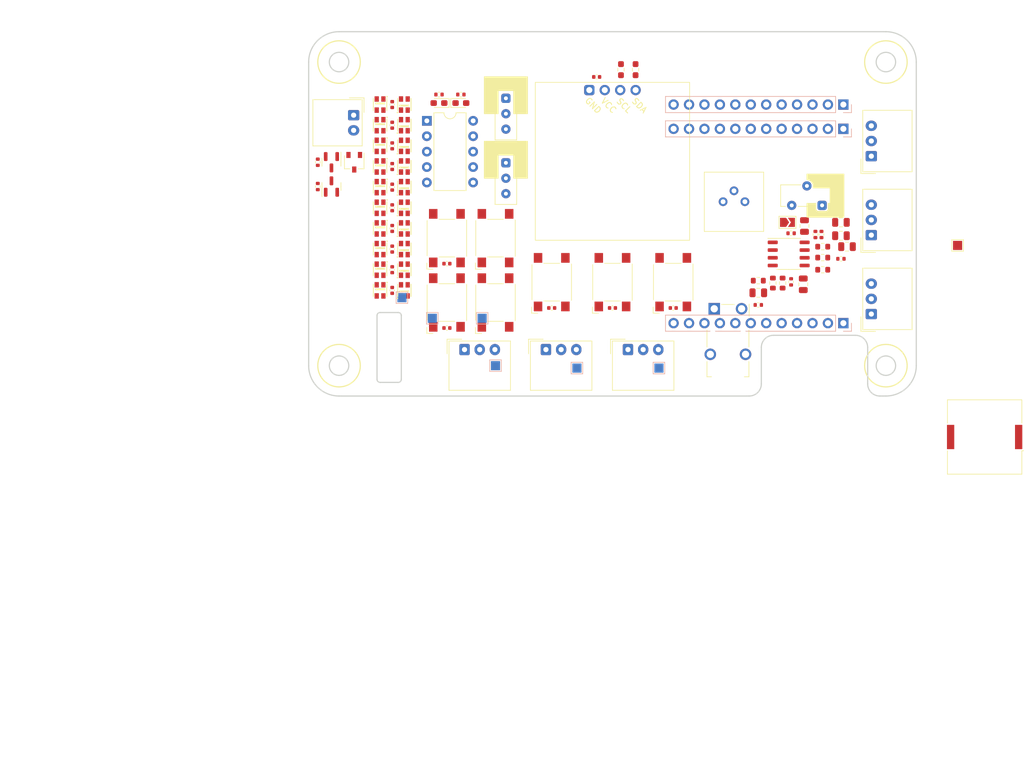
<source format=kicad_pcb>
(kicad_pcb (version 20211014) (generator pcbnew)
  (layers (0 "F.Cu" signal) (31 "B.Cu" signal) (34 "B.Paste" user) (35 "F.Paste" user) (36 "B.SilkS" user "B.Silkscreen") (37 "F.SilkS" user "F.Silkscreen") (38 "B.Mask" user) (39 "F.Mask" user) (44 "Edge.Cuts" user))
  (net 0 "")
  (net 1 "+5V")
  (net 2 "GND")
  (net 3 "+3.3V")
  (net 4 "Tact_SW0")
  (net 5 "Tact_SW1")
  (net 6 "Tact_SW2")
  (net 7 "VCC")
  (net 8 "GNDA")
  (net 9 "RST")
  (net 10 "DAC_Amp")
  (net 11 "Net-(C18-Pad2)")
  (net 12 "Net-(C19-Pad1)")
  (net 13 "Net-(C19-Pad2)")
  (net 14 "NRST")
  (net 15 "Net-(C21-Pad1)")
  (net 16 "Net-(C21-Pad2)")
  (net 17 "Net-(C22-Pad1)")
  (net 18 "Net-(C22-Pad2)")
  (net 19 "Net-(D1-Pad1)")
  (net 20 "NeoPixel_H")
  (net 21 "Net-(D2-Pad1)")
  (net 22 "Net-(D17-Pad1)")
  (net 23 "Net-(D3-Pad1)")
  (net 24 "Net-(D18-Pad1)")
  (net 25 "Net-(D4-Pad1)")
  (net 26 "Net-(D19-Pad1)")
  (net 27 "Net-(D5-Pad1)")
  (net 28 "Net-(D10-Pad3)")
  (net 29 "Net-(D11-Pad3)")
  (net 30 "Net-(D12-Pad3)")
  (net 31 "Net-(D13-Pad3)")
  (net 32 "Net-(D10-Pad1)")
  (net 33 "Net-(D11-Pad1)")
  (net 34 "Net-(D12-Pad1)")
  (net 35 "Net-(D13-Pad1)")
  (net 36 "Net-(D14-Pad1)")
  (net 37 "Net-(D15-Pad1)")
  (net 38 "Net-(D16-Pad1)")
  (net 39 "Net-(D20-Pad1)")
  (net 40 "Net-(D21-Pad2)")
  (net 41 "Net-(D22-Pad2)")
  (net 42 "BOOT0")
  (net 43 "Sensor1")
  (net 44 "Sensor2")
  (net 45 "Sensor3")
  (net 46 "Net-(J1-Pad2)")
  (net 47 "LEDTape1_H")
  (net 48 "LEDTape2_H")
  (net 49 "LEDTape3_H")
  (net 50 "DAC_Jack")
  (net 87 "Net-(Q1-Pad1)")
  (net 88 "Net-(Q2-Pad1)")
  (net 89 "I2C1_SCL")
  (net 90 "I2C1_SDA")
  (net 91 "MonitorLED0")
  (net 92 "MonitorLED1")
  (net 93 "Net-(R11-Pad1)")
  (net 94 "Net-(R11-Pad2)")
  (net 95 "Net-(R13-Pad1)")
  (net 96 "Net-(R13-Pad2)")
  (net 97 "Volume")
  (net 98 "DIP_SW0")
  (net 99 "DIP_SW1")
  (net 100 "DIP_SW2")
  (net 101 "DIP_SW3")
  (net 102 "DIP_SW4")
  (net 103 "Slide_SW1")
  (net 105 "Slide_SW2")
  (net 107 "DAC")
  (net 108 "PRG")
  (footprint "Capacitor_SMD:C_0805_2012Metric" (layer "F.Cu") (at 38.6 5.4)
    (fp_text reference "C22" hide)
    (fp_text value "22uF")
    (pad "1" smd roundrect (at -0.95 0) (size 1 1.45) (layers "F.Cu" "F.Paste" "F.Mask") (net 17 "Net-(C22-Pad1)"))
    (pad "2" smd roundrect (at 0.95 0) (size 1 1.45) (layers "F.Cu" "F.Paste" "F.Mask") (net 18 "Net-(C22-Pad2)"))
  )
  (footprint "Slide_Switch:SW_Slide_SPDT_White" (layer "F.Cu") (at 32 -3 -90)
    (fp_text reference "SW7" hide)
    (fp_text value "SW_SPDT_White")
    (pad "1" thru_hole roundrect (at 1.6 -2.5 270) (size 1.524 1.524) (drill 0.65) (layers *.Cu *.Mask) (net 50 "DAC_Jack"))
    (pad "2" thru_hole circle (at -1.6 0 270) (size 1.524 1.524) (drill 0.65) (layers *.Cu *.Mask) (net 107 "DAC"))
    (pad "3" thru_hole circle (at 1.6 2.5 270) (size 1.524 1.524) (drill 0.65) (layers *.Cu *.Mask) (net 10 "DAC_Amp"))
  )
  (footprint "Resistor_SMD:R_0603_1608Metric" (layer "F.Cu") (at 34.6 5.4)
    (fp_text reference "R16" hide)
    (fp_text value "47")
    (pad "1" smd roundrect (at -0.825 0) (size 0.8 0.95) (layers "F.Cu" "F.Paste" "F.Mask") (net 95 "Net-(R13-Pad1)"))
    (pad "2" smd roundrect (at 0.825 0) (size 0.8 0.95) (layers "F.Cu" "F.Paste" "F.Mask") (net 17 "Net-(C22-Pad1)"))
  )
  (footprint "Button_Switch_SMD:SW_SPST_Omron_B3FS-100xP" (layer "F.Cu") (at -27.25 4 90)
    (fp_text reference "SW8" hide)
    (fp_text value "SW_SPST")
    (pad "1" smd rect (at -4 -2.25 270) (size 1.6 1.4) (layers "F.Cu" "F.Paste" "F.Mask") (net 9 "RST"))
    (pad "1" smd rect (at 4 -2.25 270) (size 1.6 1.4) (layers "F.Cu" "F.Paste" "F.Mask") (net 9 "RST"))
    (pad "2" smd rect (at 4 2.25 270) (size 1.6 1.4) (layers "F.Cu" "F.Paste" "F.Mask") (net 2 "GND"))
    (pad "2" smd rect (at -4 2.25 270) (size 1.6 1.4) (layers "F.Cu" "F.Paste" "F.Mask") (net 2 "GND"))
  )
  (footprint "Capacitor_SMD:C_0402_1005Metric" (layer "F.Cu") (at -36.25 5.8 90)
    (fp_text reference "C5" hide)
    (fp_text value "0.1uF")
    (pad "1" smd roundrect (at -0.48 0 90) (size 0.56 0.62) (layers "F.Cu" "F.Paste" "F.Mask") (net 1 "+5V"))
    (pad "2" smd roundrect (at 0.48 0 90) (size 0.56 0.62) (layers "F.Cu" "F.Paste" "F.Mask") (net 2 "GND"))
  )
  (footprint "Connector_Molex:Molex_SPOX_5268-03A_1x03_P2.50mm_Horizontal" (layer "F.Cu") (at 42.6 16.5 90)
    (fp_text reference "J7" hide)
    (fp_text value "Conn_01x03_Male")
    (pad "1" thru_hole roundrect (at 0 0 90) (size 1.7 1.85) (drill 0.85) (layers *.Cu *.Mask) (roundrect_rratio 0.147059) (net 2 "GND"))
    (pad "2" thru_hole oval (at 2.5 0 90) (size 1.7 1.85) (drill 0.85) (layers *.Cu *.Mask) (net 1 "+5V"))
    (pad "3" thru_hole oval (at 5 0 90) (size 1.7 1.85) (drill 0.85) (layers *.Cu *.Mask) (net 49 "LEDTape3_H"))
  )
  (footprint "Buzzer_Beeper:Buzzer_Murata_PKLCS1212E" (layer "F.Cu") (at 61.25 36.75 180)
    (fp_text reference "LS1" hide)
    (fp_text value "Speaker")
    (pad "1" smd rect (at -5.6 0 180) (size 1.2 4) (layers "F.Cu" "F.Paste" "F.Mask") (net 16 "Net-(C21-Pad2)"))
    (pad "2" smd rect (at 5.6 0 180) (size 1.2 4) (layers "F.Cu" "F.Paste" "F.Mask") (net 8 "GNDA"))
  )
  (footprint "Display_akitsuki:128×64_OLED_White" (layer "F.Cu") (at 0 -21.655)
    (fp_text reference "U1" hide)
    (fp_text value "OLED_akitsuki")
    (fp_text user "GND" (at -3.175 3.81 315 unlocked) (layer "F.SilkS"))
    (fp_text user "VCC" (at -0.635 3.81 -45 unlocked) (layer "F.SilkS"))
    (fp_text user "SCL" (at 1.905 3.81 -45 unlocked) (layer "F.SilkS"))
    (fp_text user "SDA" (at 4.445 3.81 -45 unlocked) (layer "F.SilkS"))
    (pad "1" thru_hole roundrect (at -3.81 1.27) (size 1.7 1.7) (drill 1) (layers *.Cu *.Mask) (net 2 "GND"))
    (pad "2" thru_hole circle (at -1.27 1.27) (size 1.7 1.7) (drill 1) (layers *.Cu *.Mask) (net 3 "+3.3V"))
    (pad "3" thru_hole circle (at 1.27 1.27) (size 1.7 1.7) (drill 1) (layers *.Cu *.Mask) (net 89 "I2C1_SCL"))
    (pad "4" thru_hole circle (at 3.81 1.27) (size 1.7 1.7) (drill 1) (layers *.Cu *.Mask) (net 90 "I2C1_SDA"))
  )
  (footprint "Capacitor_SMD:C_0805_2012Metric" (layer "F.Cu") (at 37.6 1.4)
    (fp_text reference "C16" hide)
    (fp_text value "10uF")
    (pad "1" smd roundrect (at -0.95 0) (size 1 1.45) (layers "F.Cu" "F.Paste" "F.Mask") (net 8 "GNDA"))
    (pad "2" smd roundrect (at 0.95 0) (size 1 1.45) (layers "F.Cu" "F.Paste" "F.Mask") (net 2 "GND"))
  )
  (footprint "Resistor_SMD:R_0603_1608Metric" (layer "F.Cu") (at 28 11.4 -90)
    (fp_text reference "R12" hide)
    (fp_text value "10k")
    (pad "1" smd roundrect (at -0.825 0 270) (size 0.8 0.95) (layers "F.Cu" "F.Paste" "F.Mask") (net 94 "Net-(R11-Pad2)"))
    (pad "2" smd roundrect (at 0.825 0 270) (size 0.8 0.95) (layers "F.Cu" "F.Paste" "F.Mask") (net 8 "GNDA"))
  )
  (footprint "NeoPixel:WS2812C-2020-V1" (layer "F.Cu") (at -34.25 -18 90)
    (fp_text reference "D3" hide)
    (fp_text value "WS2812C-2020-V1")
    (pad "1" smd rect (at -0.915 -0.55 90) (size 0.9 0.7) (layers "F.Cu" "F.Paste" "F.Mask") (net 23 "Net-(D3-Pad1)"))
    (pad "2" smd rect (at -0.915 0.55 90) (size 0.9 0.7) (layers "F.Cu" "F.Paste" "F.Mask") (net 2 "GND"))
    (pad "3" smd rect (at 0.915 0.55 90) (size 0.9 0.7) (layers "F.Cu" "F.Paste" "F.Mask") (net 24 "Net-(D18-Pad1)"))
    (pad "4" smd rect (at 0.915 -0.55 90) (size 0.9 0.7) (layers "F.Cu" "F.Paste" "F.Mask") (net 1 "+5V"))
  )
  (footprint "Connector_Molex:Molex_SPOX_5268-03A_1x03_P2.50mm_Horizontal" (layer "F.Cu") (at 42.6 3.5 90)
    (fp_text reference "J6" hide)
    (fp_text value "Conn_01x03_Male")
    (pad "1" thru_hole roundrect (at 0 0 90) (size 1.7 1.85) (drill 0.85) (layers *.Cu *.Mask) (roundrect_rratio 0.147059) (net 2 "GND"))
    (pad "2" thru_hole oval (at 2.5 0 90) (size 1.7 1.85) (drill 0.85) (layers *.Cu *.Mask) (net 1 "+5V"))
    (pad "3" thru_hole oval (at 5 0 90) (size 1.7 1.85) (drill 0.85) (layers *.Cu *.Mask) (net 48 "LEDTape2_H"))
  )
  (footprint "Resistor_SMD:R_0402_1005Metric" (layer "F.Cu") (at 33.4 3.4 -90)
    (fp_text reference "R5" hide)
    (fp_text value "5.1k")
    (pad "1" smd roundrect (at -0.51 0 270) (size 0.54 0.64) (layers "F.Cu" "F.Paste" "F.Mask") (net 8 "GNDA"))
    (pad "2" smd roundrect (at 0.51 0 270) (size 0.54 0.64) (layers "F.Cu" "F.Paste" "F.Mask") (net 7 "VCC"))
  )
  (footprint "Capacitor_SMD:C_0402_1005Metric" (layer "F.Cu") (at -36.25 9.2 90)
    (fp_text reference "C3" hide)
    (fp_text value "0.1uF")
    (pad "1" smd roundrect (at -0.48 0 90) (size 0.56 0.62) (layers "F.Cu" "F.Paste" "F.Mask") (net 1 "+5V"))
    (pad "2" smd roundrect (at 0.48 0 90) (size 0.56 0.62) (layers "F.Cu" "F.Paste" "F.Mask") (net 2 "GND"))
  )
  (footprint "Resistor_SMD:R_0402_1005Metric" (layer "F.Cu") (at -24.95 -19.65 180)
    (fp_text reference "R4" hide)
    (fp_text value "1k")
    (pad "1" smd roundrect (at -0.51 0 180) (size 0.54 0.64) (layers "F.Cu" "F.Paste" "F.Mask") (net 41 "Net-(D22-Pad2)"))
    (pad "2" smd roundrect (at 0.51 0 180) (size 0.54 0.64) (layers "F.Cu" "F.Paste" "F.Mask") (net 92 "MonitorLED1"))
  )
  (footprint "Button_Switch_SMD:SW_SPST_Omron_B3FS-100xP" (layer "F.Cu") (at 0 11.25 90)
    (fp_text reference "SW4" hide)
    (fp_text value "SW_SPST")
    (pad "1" smd rect (at 4 -2.25 270) (size 1.6 1.4) (layers "F.Cu" "F.Paste" "F.Mask") (net 5 "Tact_SW1"))
    (pad "1" smd rect (at -4 -2.25 270) (size 1.6 1.4) (layers "F.Cu" "F.Paste" "F.Mask") (net 5 "Tact_SW1"))
    (pad "2" smd rect (at -4 2.25 270) (size 1.6 1.4) (layers "F.Cu" "F.Paste" "F.Mask") (net 3 "+3.3V"))
    (pad "2" smd rect (at 4 2.25 270) (size 1.6 1.4) (layers "F.Cu" "F.Paste" "F.Mask") (net 3 "+3.3V"))
  )
  (footprint "NeoPixel:WS2812C-2020-V1" (layer "F.Cu") (at -38.25 -18 -90)
    (fp_text reference "D18" hide)
    (fp_text value "WS2812C-2020-V1")
    (pad "1" smd rect (at -0.915 -0.55 270) (size 0.9 0.7) (layers "F.Cu" "F.Paste" "F.Mask") (net 24 "Net-(D18-Pad1)"))
    (pad "2" smd rect (at -0.915 0.55 270) (size 0.9 0.7) (layers "F.Cu" "F.Paste" "F.Mask") (net 2 "GND"))
    (pad "3" smd rect (at 0.915 0.55 270) (size 0.9 0.7) (layers "F.Cu" "F.Paste" "F.Mask") (net 36 "Net-(D14-Pad1)"))
    (pad "4" smd rect (at 0.915 -0.55 270) (size 0.9 0.7) (layers "F.Cu" "F.Paste" "F.Mask") (net 1 "+5V"))
  )
  (footprint "Resistor_SMD:R_0402_1005Metric" (layer "F.Cu") (at -48.5 -4.5 90)
    (fp_text reference "R7" hide)
    (fp_text value "10k")
    (pad "1" smd roundrect (at -0.51 0 90) (size 0.54 0.64) (layers "F.Cu" "F.Paste" "F.Mask") (net 2 "GND"))
    (pad "2" smd roundrect (at 0.51 0 90) (size 0.54 0.64) (layers "F.Cu" "F.Paste" "F.Mask") (net 87 "Net-(Q1-Pad1)"))
  )
  (footprint "Capacitor_SMD:C_0402_1005Metric" (layer "F.Cu") (at 10 15.5 180)
    (fp_text reference "C14" hide)
    (fp_text value "0.1uF")
    (pad "1" smd roundrect (at -0.48 0 180) (size 0.56 0.62) (layers "F.Cu" "F.Paste" "F.Mask") (net 3 "+3.3V"))
    (pad "2" smd roundrect (at 0.48 0 180) (size 0.56 0.62) (layers "F.Cu" "F.Paste" "F.Mask") (net 6 "Tact_SW2"))
  )
  (footprint "Slide_Switch:3P_SPDT_SlideSwitch" (layer "F.Cu") (at -17.54 -16.49)
    (fp_text reference "SW2" hide)
    (fp_text value "SW_SPDT")
    (pad "1" thru_hole roundrect (at 0 -2.54) (size 1.524 1.524) (drill 0.65) (layers *.Cu *.Mask) (net 103 "Slide_SW1"))
    (pad "2" thru_hole circle (at 0 0) (size 1.524 1.524) (drill 0.65) (layers *.Cu *.Mask) (net 3 "+3.3V"))
    (pad "3" thru_hole circle (at 0 2.54) (size 1.524 1.524) (drill 0.65) (layers *.Cu *.Mask))
  )
  (footprint "NeoPixel:WS2812C-2020-V1" (layer "F.Cu") (at -34.25 9.2 90)
    (fp_text reference "D16" hide)
    (fp_text value "WS2812C-2020-V1")
    (pad "1" smd rect (at -0.915 -0.55 90) (size 0.9 0.7) (layers "F.Cu" "F.Paste" "F.Mask") (net 38 "Net-(D16-Pad1)"))
    (pad "2" smd rect (at -0.915 0.55 90) (size 0.9 0.7) (layers "F.Cu" "F.Paste" "F.Mask") (net 2 "GND"))
    (pad "3" smd rect (at 0.915 0.55 90) (size 0.9 0.7) (layers "F.Cu" "F.Paste" "F.Mask") (net 34 "Net-(D12-Pad1)"))
    (pad "4" smd rect (at 0.915 -0.55 90) (size 0.9 0.7) (layers "F.Cu" "F.Paste" "F.Mask") (net 1 "+5V"))
  )
  (footprint "Jumper:SolderJumper-2_P1.3mm_Open_TrianglePad1.0x1.5mm" (layer "F.Cu") (at 28.8 1.4)
    (fp_text reference "JP1" hide)
    (fp_text value "Jumper_2_Open")
    (pad "1" smd custom (at -0.725 0) (size 0.3 0.3) (layers "F.Cu" "F.Mask") (net 10 "DAC_Amp") (options (clearance outline) (anchor rect)) (primitives (gr_poly (pts (xy 1 0) (xy 0.5 0.75) (xy -0.5 0.75) (xy -0.5 -0.75) (xy 0.5 -0.75)) (width 0) (fill yes))))
    (pad "2" smd custom (at 0.725 0) (size 0.3 0.3) (layers "F.Cu" "F.Mask") (net 12 "Net-(C19-Pad1)") (options (clearance outline) (anchor rect)) (primitives (gr_poly (pts (xy 0.5 0.75) (xy -0.65 0.75) (xy -0.15 0) (xy -0.65 -0.75) (xy 0.5 -0.75)) (width 0) (fill yes))))
  )
  (footprint "Capacitor_SMD:C_0402_1005Metric" (layer "F.Cu") (at -27.25 18.8)
    (fp_text reference "C20" hide)
    (fp_text value "0.1uF")
    (pad "1" smd roundrect (at -0.48 0) (size 0.56 0.62) (layers "F.Cu" "F.Paste" "F.Mask") (net 14 "NRST"))
    (pad "2" smd roundrect (at 0.48 0) (size 0.56 0.62) (layers "F.Cu" "F.Paste" "F.Mask") (net 2 "GND"))
  )
  (footprint "NeoPixel:WS2812C-2020-V1" (layer "F.Cu") (at -34.25 2.4 90)
    (fp_text reference "D8" hide)
    (fp_text value "WS2812C-2020-V1")
    (pad "1" smd rect (at -0.915 -0.55 90) (size 0.9 0.7) (layers "F.Cu" "F.Paste" "F.Mask") (net 30 "Net-(D12-Pad3)"))
    (pad "2" smd rect (at -0.915 0.55 90) (size 0.9 0.7) (layers "F.Cu" "F.Paste" "F.Mask") (net 2 "GND"))
    (pad "3" smd rect (at 0.915 0.55 90) (size 0.9 0.7) (layers "F.Cu" "F.Paste" "F.Mask") (net 25 "Net-(D4-Pad1)"))
    (pad "4" smd rect (at 0.915 -0.55 90) (size 0.9 0.7) (layers "F.Cu" "F.Paste" "F.Mask") (net 1 "+5V"))
  )
  (footprint "TestPoint:TestPoint_Pad_1.5x1.5mm" (layer "F.Cu") (at 56.8 5.2)
    (fp_text reference "H4" hide)
    (fp_text value "MountingHole_Pad")
    (pad "1" smd rect (at 0 0) (size 1.5 1.5) (layers "F.Cu" "F.Mask") (net 18 "Net-(C22-Pad2)"))
  )
  (footprint "Capacitor_SMD:C_0805_2012Metric" (layer "F.Cu") (at 24 13)
    (fp_text reference "C21" hide)
    (fp_text value "22uF")
    (pad "1" smd roundrect (at -0.95 0) (size 1 1.45) (layers "F.Cu" "F.Paste" "F.Mask") (net 15 "Net-(C21-Pad1)"))
    (pad "2" smd roundrect (at 0.95 0) (size 1 1.45) (layers "F.Cu" "F.Paste" "F.Mask") (net 16 "Net-(C21-Pad2)"))
  )
  (footprint "Resistor_SMD:R_0402_1005Metric" (layer "F.Cu") (at 34.4 3.4 90)
    (fp_text reference "R6" hide)
    (fp_text value "5.1k")
    (pad "1" smd roundrect (at -0.51 0 90) (size 0.54 0.64) (layers "F.Cu" "F.Paste" "F.Mask") (net 2 "GND"))
    (pad "2" smd roundrect (at 0.51 0 90) (size 0.54 0.64) (layers "F.Cu" "F.Paste" "F.Mask") (net 8 "GNDA"))
  )
  (footprint "Resistor_SMD:R_0603_1608Metric" (layer "F.Cu") (at 26.4 11.4 90)
    (fp_text reference "R11" hide)
    (fp_text value "30k")
    (pad "1" smd roundrect (at -0.825 0 90) (size 0.8 0.95) (layers "F.Cu" "F.Paste" "F.Mask") (net 93 "Net-(R11-Pad1)"))
    (pad "2" smd roundrect (at 0.825 0 90) (size 0.8 0.95) (layers "F.Cu" "F.Paste" "F.Mask") (net 94 "Net-(R11-Pad2)"))
  )
  (footprint "Capacitor_SMD:C_0805_2012Metric" (layer "F.Cu") (at 31.6 2 -90)
    (fp_text reference "C19" hide)
    (fp_text value "10uF")
    (pad "1" smd roundrect (at -0.95 0 270) (size 1 1.45) (layers "F.Cu" "F.Paste" "F.Mask") (net 12 "Net-(C19-Pad1)"))
    (pad "2" smd roundrect (at 0.95 0 270) (size 1 1.45) (layers "F.Cu" "F.Paste" "F.Mask") (net 13 "Net-(C19-Pad2)"))
  )
  (footprint "Capacitor_SMD:C_0402_1005Metric" (layer "F.Cu") (at -36.25 2.4 90)
    (fp_text reference "C7" hide)
    (fp_text value "0.1uF")
    (pad "1" smd roundrect (at -0.48 0 90) (size 0.56 0.62) (layers "F.Cu" "F.Paste" "F.Mask") (net 1 "+5V"))
    (pad "2" smd roundrect (at 0.48 0 90) (size 0.56 0.62) (layers "F.Cu" "F.Paste" "F.Mask") (net 2 "GND"))
  )
  (footprint "NeoPixel:WS2812C-2020-V1" (layer "F.Cu") (at -38.25 -11.2 -90)
    (fp_text reference "D10" hide)
    (fp_text value "WS2812C-2020-V1")
    (pad "1" smd rect (at -0.915 -0.55 270) (size 0.9 0.7) (layers "F.Cu" "F.Paste" "F.Mask") (net 32 "Net-(D10-Pad1)"))
    (pad "2" smd rect (at -0.915 0.55 270) (size 0.9 0.7) (layers "F.Cu" "F.Paste" "F.Mask") (net 2 "GND"))
    (pad "3" smd rect (at 0.915 0.55 270) (size 0.9 0.7) (layers "F.Cu" "F.Paste" "F.Mask") (net 28 "Net-(D10-Pad3)"))
    (pad "4" smd rect (at 0.915 -0.55 270) (size 0.9 0.7) (layers "F.Cu" "F.Paste" "F.Mask") (net 1 "+5V"))
  )
  (footprint "Resistor_SMD:R_0402_1005Metric" (layer "F.Cu") (at -48.5 -8.5 -90)
    (fp_text reference "R8" hide)
    (fp_text value "10k")
    (pad "1" smd roundrect (at -0.51 0 270) (size 0.54 0.64) (layers "F.Cu" "F.Paste" "F.Mask") (net 2 "GND"))
    (pad "2" smd roundrect (at 0.51 0 270) (size 0.54 0.64) (layers "F.Cu" "F.Paste" "F.Mask") (net 88 "Net-(Q2-Pad1)"))
  )
  (footprint "NeoPixel:WS2812C-2020-V1" (layer "F.Cu") (at -34.25 -4.4 90)
    (fp_text reference "D19" hide)
    (fp_text value "WS2812C-2020-V1")
    (pad "1" smd rect (at -0.915 -0.55 90) (size 0.9 0.7) (layers "F.Cu" "F.Paste" "F.Mask") (net 26 "Net-(D19-Pad1)"))
    (pad "2" smd rect (at -0.915 0.55 90) (size 0.9 0.7) (layers "F.Cu" "F.Paste" "F.Mask") (net 2 "GND"))
    (pad "3" smd rect (at 0.915 0.55 90) (size 0.9 0.7) (layers "F.Cu" "F.Paste" "F.Mask") (net 37 "Net-(D15-Pad1)"))
    (pad "4" smd rect (at 0.915 -0.55 90) (size 0.9 0.7) (layers "F.Cu" "F.Paste" "F.Mask") (net 1 "+5V"))
  )
  (footprint "Capacitor_SMD:C_0402_1005Metric" (layer "F.Cu") (at 0 15.5 180)
    (fp_text reference "C12" hide)
    (fp_text value "0.1uF")
    (pad "1" smd roundrect (at -0.48 0 180) (size 0.56 0.62) (layers "F.Cu" "F.Paste" "F.Mask") (net 3 "+3.3V"))
    (pad "2" smd roundrect (at 0.48 0 180) (size 0.56 0.62) (layers "F.Cu" "F.Paste" "F.Mask") (net 5 "Tact_SW1"))
  )
  (footprint "Connector_Molex:Molex_SPOX_5268-03A_1x03_P2.50mm_Horizontal" (layer "F.Cu") (at -24.35 22.35)
    (fp_text reference "J2" hide)
    (fp_text value "Conn_01x03_Male")
    (pad "1" thru_hole roundrect (at 0 0) (size 1.7 1.85) (drill 0.85) (layers *.Cu *.Mask) (roundrect_rratio 0.147059) (net 2 "GND"))
    (pad "2" thru_hole oval (at 2.5 0) (size 1.7 1.85) (drill 0.85) (layers *.Cu *.Mask) (net 1 "+5V"))
    (pad "3" thru_hole oval (at 5 0) (size 1.7 1.85) (drill 0.85) (layers *.Cu *.Mask) (net 43 "Sensor1"))
  )
  (footprint "Button_Switch_SMD:SW_SPST_Omron_B3FS-100xP" (layer "F.Cu") (at -27.25 14.6 90)
    (fp_text reference "SW11" hide)
    (fp_text value "SW_SPST")
    (pad "1" smd rect (at -4 -2.25 270) (size 1.6 1.4) (layers "F.Cu" "F.Paste" "F.Mask") (net 14 "NRST"))
    (pad "1" smd rect (at 4 -2.25 270) (size 1.6 1.4) (layers "F.Cu" "F.Paste" "F.Mask") (net 14 "NRST"))
    (pad "2" smd rect (at -4 2.25 270) (size 1.6 1.4) (layers "F.Cu" "F.Paste" "F.Mask") (net 2 "GND"))
    (pad "2" smd rect (at 4 2.25 270) (size 1.6 1.4) (layers "F.Cu" "F.Paste" "F.Mask") (net 2 "GND"))
  )
  (footprint "Connector_Audio:Jack_3.5mm_Switronic_ST-005-G_horizontal" (layer "F.Cu") (at 19 22.13 90)
    (fp_text reference "J8" hide)
    (fp_text value "AudioJack3")
    (pad "" np_thru_hole circle (at 2.5 2.5 90) (size 1 1) (drill 1) (layers *.Cu *.Mask))
    (pad "" np_thru_hole circle (at 2.5 -2.5 90) (size 1 1) (drill 1) (layers *.Cu *.Mask))
    (pad "R" thru_hole rect (at 6.5 -2.25 90) (size 1.9 1.9) (drill 1.2) (layers *.Cu *.Mask) (net 50 "DAC_Jack"))
    (pad "S" thru_hole circle (at 6.5 2.25 90) (size 1.9 1.9) (drill 1.2) (layers *.Cu *.Mask) (net 2 "GND"))
    (pad "T" thru_hole circle (at -1 2.9 90) (size 1.9 1.9) (drill 1.2) (layers *.Cu *.Mask) (net 50 "DAC_Jack"))
    (pad "T" thru_hole circle (at -1 -2.9 90) (size 1.9 1.9) (drill 1.2) (layers *.Cu *.Mask) (net 50 "DAC_Jack"))
  )
  (footprint "Capacitor_SMD:C_0402_1005Metric" (layer "F.Cu") (at -36.25 12.6 90)
    (fp_text reference "C1" hide)
    (fp_text value "0.1uF")
    (pad "1" smd roundrect (at -0.48 0 90) (size 0.56 0.62) (layers "F.Cu" "F.Paste" "F.Mask") (net 1 "+5V"))
    (pad "2" smd roundrect (at 0.48 0 90) (size 0.56 0.62) (layers "F.Cu" "F.Paste" "F.Mask") (net 2 "GND"))
  )
  (footprint "Resistor_SMD:R_0603_1608Metric" (layer "F.Cu") (at 24 11 180)
    (fp_text reference "R15" hide)
    (fp_text value "47")
    (pad "1" smd roundrect (at -0.825 0 180) (size 0.8 0.95) (layers "F.Cu" "F.Paste" "F.Mask") (net 93 "Net-(R11-Pad1)"))
    (pad "2" smd roundrect (at 0.825 0 180) (size 0.8 0.95) (layers "F.Cu" "F.Paste" "F.Mask") (net 15 "Net-(C21-Pad1)"))
  )
  (footprint "Capacitor_SMD:C_0805_2012Metric" (layer "F.Cu") (at 37.6 3.6)
    (fp_text reference "C15" hide)
    (fp_text value "10uF")
    (pad "1" smd roundrect (at -0.95 0) (size 1 1.45) (layers "F.Cu" "F.Paste" "F.Mask") (net 7 "VCC"))
    (pad "2" smd roundrect (at 0.95 0) (size 1 1.45) (layers "F.Cu" "F.Paste" "F.Mask") (net 8 "GNDA"))
  )
  (footprint "LED_SMD:LED_0603_1608Metric_Pad1.05x0.95mm_HandSolder" (layer "F.Cu") (at -24.95 -18.25)
    (fp_text reference "D22" hide)
    (fp_text value "Yellow")
    (pad "1" smd roundrect (at -0.875 0) (size 1.05 0.95) (layers "F.Cu" "F.Paste" "F.Mask") (net 2 "GND"))
    (pad "2" smd roundrect (at 0.875 0) (size 1.05 0.95) (layers "F.Cu" "F.Paste" "F.Mask") (net 41 "Net-(D22-Pad2)"))
  )
  (footprint "Connector_Molex:Molex_SPOX_5268-03A_1x03_P2.50mm_Horizontal" (layer "F.Cu") (at -10.95 22.35)
    (fp_text reference "J3" hide)
    (fp_text value "Conn_01x03_Male")
    (pad "1" thru_hole roundrect (at 0 0) (size 1.7 1.85) (drill 0.85) (layers *.Cu *.Mask) (roundrect_rratio 0.147059) (net 2 "GND"))
    (pad "2" thru_hole oval (at 2.5 0) (size 1.7 1.85) (drill 0.85) (layers *.Cu *.Mask) (net 1 "+5V"))
    (pad "3" thru_hole oval (at 5 0) (size 1.7 1.85) (drill 0.85) (layers *.Cu *.Mask) (net 44 "Sensor2"))
  )
  (footprint "Resistor_SMD:R_0402_1005Metric" (layer "F.Cu") (at -28.55 -19.65)
    (fp_text reference "R3" hide)
    (fp_text value "1k")
    (pad "1" smd roundrect (at -0.51 0) (size 0.54 0.64) (layers "F.Cu" "F.Paste" "F.Mask") (net 40 "Net-(D21-Pad2)"))
    (pad "2" smd roundrect (at 0.51 0) (size 0.54 0.64) (layers "F.Cu" "F.Paste" "F.Mask") (net 91 "MonitorLED0"))
  )
  (footprint "Capacitor_SMD:C_0402_1005Metric" (layer "F.Cu") (at -36.25 -18 90)
    (fp_text reference "C10" hide)
    (fp_text value "0.1uF")
    (pad "1" smd roundrect (at -0.48 0 90) (size 0.56 0.62) (layers "F.Cu" "F.Paste" "F.Mask") (net 1 "+5V"))
    (pad "2" smd roundrect (at 0.48 0 90) (size 0.56 0.62) (layers "F.Cu" "F.Paste" "F.Mask") (net 2 "GND"))
  )
  (footprint "Resistor_SMD:R_0402_1005Metric" (layer "F.Cu") (at 29.4 11.2 90)
    (fp_text reference "R9" hide)
    (fp_text value "10k")
    (pad "1" smd roundrect (at -0.51 0 90) (size 0.54 0.64) (layers "F.Cu" "F.Paste" "F.Mask") (net 8 "GNDA"))
    (pad "2" smd roundrect (at 0.51 0 90) (size 0.54 0.64) (layers "F.Cu" "F.Paste" "F.Mask") (net 11 "Net-(C18-Pad2)"))
  )
  (footprint "Capacitor_SMD:C_0402_1005Metric" (layer "F.Cu") (at -36.25 -4.4 90)
    (fp_text reference "C2" hide)
    (fp_text value "0.1uF")
    (pad "1" smd roundrect (at -0.48 0 90) (size 0.56 0.62) (layers "F.Cu" "F.Paste" "F.Mask") (net 1 "+5V"))
    (pad "2" smd roundrect (at 0.48 0 90) (size 0.56 0.62) (layers "F.Cu" "F.Paste" "F.Mask") (net 2 "GND"))
  )
  (footprint "Potentiometer:TSR-3386K" (layer "F.Cu") (at 20 -2 90)
    (fp_text reference "RV1" hide)
    (fp_text value "R_Potentiometer")
    (pad "1" thru_hole circle (at 0 -1.79605 90) (size 1.44 1.44) (drill 0.8) (layers *.Cu *.Mask) (net 2 "GND"))
    (pad "2" thru_hole circle (at 1.79605 0 90) (size 1.44 1.44) (drill 0.8) (layers *.Cu *.Mask) (net 97 "Volume"))
    (pad "3" thru_hole circle (at 0 1.79605 90) (size 1.44 1.44) (drill 0.8) (layers *.Cu *.Mask) (net 3 "+3.3V"))
  )
  (footprint "NeoPixel:WS2812C-2020-V1" (layer "F.Cu") (at -34.25 -11.2 90)
    (fp_text reference "D11" hide)
    (fp_text value "WS2812C-2020-V1")
    (pad "1" smd rect (at -0.915 -0.55 90) (size 0.9 0.7) (layers "F.Cu" "F.Paste" "F.Mask") (net 33 "Net-(D11-Pad1)"))
    (pad "2" smd rect (at -0.915 0.55 90) (size 0.9 0.7) (layers "F.Cu" "F.Paste" "F.Mask") (net 2 "GND"))
    (pad "3" smd rect (at 0.915 0.55 90) (size 0.9 0.7) (layers "F.Cu" "F.Paste" "F.Mask") (net 29 "Net-(D11-Pad3)"))
    (pad "4" smd rect (at 0.915 -0.55 90) (size 0.9 0.7) (layers "F.Cu" "F.Paste" "F.Mask") (net 1 "+5V"))
  )
  (footprint "NeoPixel:WS2812C-2020-V1" (layer "F.Cu") (at -38.25 -4.4 -90)
    (fp_text reference "D2" hide)
    (fp_text value "WS2812C-2020-V1")
    (pad "1" smd rect (at -0.915 -0.55 270) (size 0.9 0.7) (layers "F.Cu" "F.Paste" "F.Mask") (net 21 "Net-(D2-Pad1)"))
    (pad "2" smd rect (at -0.915 0.55 270) (size 0.9 0.7) (layers "F.Cu" "F.Paste" "F.Mask") (net 2 "GND"))
    (pad "3" smd rect (at 0.915 0.55 270) (size 0.9 0.7) (layers "F.Cu" "F.Paste" "F.Mask") (net 22 "Net-(D17-Pad1)"))
    (pad "4" smd rect (at 0.915 -0.55 270) (size 0.9 0.7) (layers "F.Cu" "F.Paste" "F.Mask") (net 1 "+5V"))
  )
  (footprint "Resistor_SMD:R_0603_1608Metric_Pad0.98x0.95mm_HandSolder" (layer "F.Cu") (at 3.8 -23.75 -90)
    (fp_text reference "R2" hide)
    (fp_text value "PullUP")
    (pad "1" smd roundrect (at -0.9125 0 270) (size 0.975 0.95) (layers "F.Cu" "F.Paste" "F.Mask") (net 3 "+3.3V"))
    (pad "2" smd roundrect (at 0.9125 0 270) (size 0.975 0.95) (layers "F.Cu" "F.Paste" "F.Mask") (net 90 "I2C1_SDA"))
  )
  (footprint "Button_Switch_SMD:SW_SPST_Omron_B3FS-100xP" (layer "F.Cu") (at 10 11.25 90)
    (fp_text reference "SW6" hide)
    (fp_text value "SW_SPST")
    (pad "1" smd rect (at -4 -2.25 270) (size 1.6 1.4) (layers "F.Cu" "F.Paste" "F.Mask") (net 6 "Tact_SW2"))
    (pad "1" smd rect (at 4 -2.25 270) (size 1.6 1.4) (layers "F.Cu" "F.Paste" "F.Mask") (net 6 "Tact_SW2"))
    (pad "2" smd rect (at 4 2.25 270) (size 1.6 1.4) (layers "F.Cu" "F.Paste" "F.Mask") (net 3 "+3.3V"))
    (pad "2" smd rect (at -4 2.25 270) (size 1.6 1.4) (layers "F.Cu" "F.Paste" "F.Mask") (net 3 "+3.3V"))
  )
  (footprint "NeoPixel:WS2812C-2020-V1" (layer "F.Cu") (at -34.25 5.8 90)
    (fp_text reference "D12" hide)
    (fp_text value "WS2812C-2020-V1")
    (pad "1" smd rect (at -0.915 -0.55 90) (size 0.9 0.7) (layers "F.Cu" "F.Paste" "F.Mask") (net 34 "Net-(D12-Pad1)"))
    (pad "2" smd rect (at -0.915 0.55 90) (size 0.9 0.7) (layers "F.Cu" "F.Paste" "F.Mask") (net 2 "GND"))
    (pad "3" smd rect (at 0.915 0.55 90) (size 0.9 0.7) (layers "F.Cu" "F.Paste" "F.Mask") (net 30 "Net-(D12-Pad3)"))
    (pad "4" smd rect (at 0.915 -0.55 90) (size 0.9 0.7) (layers "F.Cu" "F.Paste" "F.Mask") (net 1 "+5V"))
  )
  (footprint "NeoPixel:WS2812C-2020-V1" (layer "F.Cu") (at -38.25 -1 -90)
    (fp_text reference "D17" hide)
    (fp_text value "WS2812C-2020-V1")
    (pad "1" smd rect (at -0.915 -0.55 270) (size 0.9 0.7) (layers "F.Cu" "F.Paste" "F.Mask") (net 22 "Net-(D17-Pad1)"))
    (pad "2" smd rect (at -0.915 0.55 270) (size 0.9 0.7) (layers "F.Cu" "F.Paste" "F.Mask") (net 2 "GND"))
    (pad "3" smd rect (at 0.915 0.55 270) (size 0.9 0.7) (layers "F.Cu" "F.Paste" "F.Mask") (net 35 "Net-(D13-Pad1)"))
    (pad "4" smd rect (at 0.915 -0.55 270) (size 0.9 0.7) (layers "F.Cu" "F.Paste" "F.Mask") (net 1 "+5V"))
  )
  (footprint "NeoPixel:WS2812C-2020-V1" (layer "F.Cu") (at -38.25 2.4 -90)
    (fp_text reference "D13" hide)
    (fp_text value "WS2812C-2020-V1")
    (pad "1" smd rect (at -0.915 -0.55 270) (size 0.9 0.7) (layers "F.Cu" "F.Paste" "F.Mask") (net 35 "Net-(D13-Pad1)"))
    (pad "2" smd rect (at -0.915 0.55 270) (size 0.9 0.7) (layers "F.Cu" "F.Paste" "F.Mask") (net 2 "GND"))
    (pad "3" smd rect (at 0.915 0.55 270) (size 0.9 0.7) (layers "F.Cu" "F.Paste" "F.Mask") (net 31 "Net-(D13-Pad3)"))
    (pad "4" smd rect (at 0.915 -0.55 270) (size 0.9 0.7) (layers "F.Cu" "F.Paste" "F.Mask") (net 1 "+5V"))
  )
  (footprint "Capacitor_SMD:C_0402_1005Metric" (layer "F.Cu") (at -36.25 -11.2 90)
    (fp_text reference "C6" hide)
    (fp_text value "0.1uF")
    (pad "1" smd roundrect (at -0.48 0 90) (size 0.56 0.62) (layers "F.Cu" "F.Paste" "F.Mask") (net 1 "+5V"))
    (pad "2" smd roundrect (at 0.48 0 90) (size 0.56 0.62) (layers "F.Cu" "F.Paste" "F.Mask") (net 2 "GND"))
  )
  (footprint "NeoPixel:WS2812C-2020-V1" (layer "F.Cu") (at -38.25 -7.8 -90)
    (fp_text reference "D6" hide)
    (fp_text value "WS2812C-2020-V1")
    (pad "1" smd rect (at -0.915 -0.55 270) (size 0.9 0.7) (layers "F.Cu" "F.Paste" "F.Mask") (net 28 "Net-(D10-Pad3)"))
    (pad "2" smd rect (at -0.915 0.55 270) (size 0.9 0.7) (layers "F.Cu" "F.Paste" "F.Mask") (net 2 "GND"))
    (pad "3" smd rect (at 0.915 0.55 270) (size 0.9 0.7) (layers "F.Cu" "F.Paste" "F.Mask") (net 21 "Net-(D2-Pad1)"))
    (pad "4" smd rect (at 0.915 -0.55 270) (size 0.9 0.7) (layers "F.Cu" "F.Paste" "F.Mask") (net 1 "+5V"))
  )
  (footprint "NeoPixel:WS2812C-2020-V1" (layer "F.Cu") (at -34.25 -1 90)
    (fp_text reference "D4" hide)
    (fp_text value "WS2812C-2020-V1")
    (pad "1" smd rect (at -0.915 -0.55 90) (size 0.9 0.7) (layers "F.Cu" "F.Paste" "F.Mask") (net 25 "Net-(D4-Pad1)"))
    (pad "2" smd rect (at -0.915 0.55 90) (size 0.9 0.7) (layers "F.Cu" "F.Paste" "F.Mask") (net 2 "GND"))
    (pad "3" smd rect (at 0.915 0.55 90) (size 0.9 0.7) (layers "F.Cu" "F.Paste" "F.Mask") (net 26 "Net-(D19-Pad1)"))
    (pad "4" smd rect (at 0.915 -0.55 90) (size 0.9 0.7) (layers "F.Cu" "F.Paste" "F.Mask") (net 1 "+5V"))
  )
  (footprint "Capacitor_SMD:C_0402_1005Metric" (layer "F.Cu") (at -27.25 8.2)
    (fp_text reference "C17" hide)
    (fp_text value "0.1uF")
    (pad "1" smd roundrect (at -0.48 0) (size 0.56 0.62) (layers "F.Cu" "F.Paste" "F.Mask") (net 9 "RST"))
    (pad "2" smd roundrect (at 0.48 0) (size 0.56 0.62) (layers "F.Cu" "F.Paste" "F.Mask") (net 2 "GND"))
  )
  (footprint "Package_TO_SOT_SMD:SOT-23" (layer "F.Cu") (at -46.25 -4.5 90)
    (fp_text reference "Q1" hide)
    (fp_text value "S8050")
    (pad "1" smd roundrect (at -0.9375 -0.95 90) (size 1.475 0.6) (layers "F.Cu" "F.Paste" "F.Mask") (net 87 "Net-(Q1-Pad1)"))
    (pad "2" smd roundrect (at -0.9375 0.95 90) (size 1.475 0.6) (layers "F.Cu" "F.Paste" "F.Mask") (net 1 "+5V"))
    (pad "3" smd roundrect (at 0.9375 0 90) (size 1.475 0.6) (layers "F.Cu" "F.Paste" "F.Mask") (net 87 "Net-(Q1-Pad1)"))
  )
  (footprint "Button_Switch_SMD:SW_SPST_Omron_B3FS-100xP" (layer "F.Cu") (at -10 11.25 90)
    (fp_text reference "SW3" hide)
    (fp_text value "SW_SPST")
    (pad "1" smd rect (at 4 -2.25 270) (size 1.6 1.4) (layers "F.Cu" "F.Paste" "F.Mask") (net 4 "Tact_SW0"))
    (pad "1" smd rect (at -4 -2.25 270) (size 1.6 1.4) (layers "F.Cu" "F.Paste" "F.Mask") (net 4 "Tact_SW0"))
    (pad "2" smd rect (at 4 2.25 270) (size 1.6 1.4) (layers "F.Cu" "F.Paste" "F.Mask") (net 3 "+3.3V"))
    (pad "2" smd rect (at -4 2.25 270) (size 1.6 1.4) (layers "F.Cu" "F.Paste" "F.Mask") (net 3 "+3.3V"))
  )
  (footprint "Resistor_SMD:R_0402_1005Metric" (layer "F.Cu") (at 24 15 180)
    (fp_text reference "R17" hide)
    (fp_text value "1k")
    (pad "1" smd roundrect (at -0.51 0 180) (size 0.54 0.64) (layers "F.Cu" "F.Paste" "F.Mask") (net 16 "Net-(C21-Pad2)"))
    (pad "2" smd roundrect (at 0.51 0 180) (size 0.54 0.64) (layers "F.Cu" "F.Paste" "F.Mask") (net 8 "GNDA"))
  )
  (footprint "NeoPixel:WS2812C-2020-V1" (layer "F.Cu") (at -34.25 -14.6 90)
    (fp_text reference "D7" hide)
    (fp_text value "WS2812C-2020-V1")
    (pad "1" smd rect (at -0.915 -0.55 90) (size 0.9 0.7) (layers "F.Cu" "F.Paste" "F.Mask") (net 29 "Net-(D11-Pad3)"))
    (pad "2" smd rect (at -0.915 0.55 90) (size 0.9 0.7) (layers "F.Cu" "F.Paste" "F.Mask") (net 2 "GND"))
    (pad "3" smd rect (at 0.915 0.55 90) (size 0.9 0.7) (layers "F.Cu" "F.Paste" "F.Mask") (net 23 "Net-(D3-Pad1)"))
    (pad "4" smd rect (at 0.915 -0.55 90) (size 0.9 0.7) (layers "F.Cu" "F.Paste" "F.Mask") (net 1 "+5V"))
  )
  (footprint "Capacitor_SMD:C_0805_2012Metric" (layer "F.Cu") (at 31.4 11.6 -90)
    (fp_text reference "C18" hide)
    (fp_text value "10uF")
    (pad "1" smd roundrect (at -0.95 0 270) (size 1 1.45) (layers "F.Cu" "F.Paste" "F.Mask") (net 10 "DAC_Amp"))
    (pad "2" smd roundrect (at 0.95 0 270) (size 1 1.45) (layers "F.Cu" "F.Paste" "F.Mask") (net 11 "Net-(C18-Pad2)"))
  )
  (footprint "Resistor_SMD:R_0603_1608Metric" (layer "F.Cu") (at 34.6 9.2)
    (fp_text reference "R14" hide)
    (fp_text value "10k")
    (pad "1" smd roundrect (at -0.825 0) (size 0.8 0.95) (layers "F.Cu" "F.Paste" "F.Mask") (net 96 "Net-(R13-Pad2)"))
    (pad "2" smd roundrect (at 0.825 0) (size 0.8 0.95) (layers "F.Cu" "F.Paste" "F.Mask") (net 8 "GNDA"))
  )
  (footprint "Connector_Molex:Molex_SPOX_5268-03A_1x03_P2.50mm_Horizontal" (layer "F.Cu") (at 42.6 -9.5 90)
    (fp_text reference "J5" hide)
    (fp_text value "Conn_01x03_Male")
    (pad "1" thru_hole roundrect (at 0 0 90) (size 1.7 1.85) (drill 0.85) (layers *.Cu *.Mask) (roundrect_rratio 0.147059) (net 2 "GND"))
    (pad "2" thru_hole oval (at 2.5 0 90) (size 1.7 1.85) (drill 0.85) (layers *.Cu *.Mask) (net 1 "+5V"))
    (pad "3" thru_hole oval (at 5 0 90) (size 1.7 1.85) (drill 0.85) (layers *.Cu *.Mask) (net 47 "LEDTape1_H"))
  )
  (footprint "LED_SMD:LED_0603_1608Metric_Pad1.05x0.95mm_HandSolder" (layer "F.Cu") (at -28.55 -18.25 180)
    (fp_text reference "D21" hide)
    (fp_text value "Yellow")
    (pad "1" smd roundrect (at -0.875 0 180) (size 1.05 0.95) (layers "F.Cu" "F.Paste" "F.Mask") (net 2 "GND"))
    (pad "2" smd roundrect (at 0.875 0 180) (size 1.05 0.95) (layers "F.Cu" "F.Paste" "F.Mask") (net 40 "Net-(D21-Pad2)"))
  )
  (footprint "Connector_Molex:Molex_SPOX_5268-02A_1x02_P2.50mm_Horizontal" (layer "F.Cu") (at -42.6 -16.25 -90)
    (fp_text reference "J1" hide)
    (fp_text value "Conn_01x02_Male")
    (pad "1" thru_hole roundrect (at 0 0 270) (size 1.7 1.85) (drill 0.85) (layers *.Cu *.Mask) (roundrect_rratio 0.147059) (net 2 "GND"))
    (pad "2" thru_hole oval (at 2.5 0 270) (size 1.7 1.85) (drill 0.85) (layers *.Cu *.Mask) (net 46 "Net-(J1-Pad2)"))
  )
  (footprint "Package_TO_SOT_SMD:SOT-23W" (layer "F.Cu") (at -42.5 -8.5 -90)
    (fp_text reference "Q2" hide)
    (fp_text value "SSM3J332R")
    (pad "1" smd rect (at -1.2 -0.95 270) (size 1 0.7) (layers "F.Cu" "F.Paste" "F.Mask") (net 88 "Net-(Q2-Pad1)"))
    (pad "2" smd rect (at -1.2 0.95 270) (size 1 0.7) (layers "F.Cu" "F.Paste" "F.Mask") (net 46 "Net-(J1-Pad2)"))
    (pad "3" smd rect (at 1.2 0 270) (size 1 0.7) (layers "F.Cu" "F.Paste" "F.Mask") (net 1 "+5V"))
  )
  (footprint "Capacitor_SMD:C_0402_1005Metric" (layer "F.Cu") (at -36.25 -14.6 90)
    (fp_text reference "C8" hide)
    (fp_text value "0.1uF")
    (pad "1" smd roundrect (at -0.48 0 90) (size 0.56 0.62) (layers "F.Cu" "F.Paste" "F.Mask") (net 1 "+5V"))
    (pad "2" smd roundrect (at 0.48 0 90) (size 0.56 0.62) (layers "F.Cu" "F.Paste" "F.Mask") (net 2 "GND"))
  )
  (footprint "Capacitor_SMD:C_0402_1005Metric" (layer "F.Cu") (at -36.25 -7.8 90)
    (fp_text reference "C4" hide)
    (fp_text value "0.1uF")
    (pad "1" smd roundrect (at -0.48 0 90) (size 0.56 0.62) (layers "F.Cu" "F.Paste" "F.Mask") (net 1 "+5V"))
    (pad "2" smd roundrect (at 0.48 0 90) (size 0.56 0.62) (layers "F.Cu" "F.Paste" "F.Mask") (net 2 "GND"))
  )
  (footprint "Connector_Molex:Molex_SPOX_5268-03A_1x03_P2.50mm_Horizontal" (layer "F.Cu") (at 2.55 22.35)
    (fp_text reference "J4" hide)
    (fp_text value "Conn_01x03_Male")
    (pad "1" thru_hole roundrect (at 0 0) (size 1.7 1.85) (drill 0.85) (layers *.Cu *.Mask) (roundrect_rratio 0.147059) (net 2 "GND"))
    (pad "2" thru_hole oval (at 2.5 0) (size 1.7 1.85) (drill 0.85) (layers *.Cu *.Mask) (net 1 "+5V"))
    (pad "3" thru_hole oval (at 5 0) (size 1.7 1.85) (drill 0.85) (layers *.Cu *.Mask) (net 45 "Sensor3"))
  )
  (footprint "Capacitor_SMD:C_0402_1005Metric" (layer "F.Cu") (at -36.25 -1 90)
    (fp_text reference "C9" hide)
    (fp_text value "0.1uF")
    (pad "1" smd roundrect (at -0.48 0 90) (size 0.56 0.62) (layers "F.Cu" "F.Paste" "F.Mask") (net 1 "+5V"))
    (pad "2" smd roundrect (at 0.48 0 90) (size 0.56 0.62) (layers "F.Cu" "F.Paste" "F.Mask") (net 2 "GND"))
  )
  (footprint "NeoPixel:WS2812C-2020-V1" (layer "F.Cu") (at -38.25 9.2 -90)
    (fp_text reference "D5" hide)
    (fp_text value "WS2812C-2020-V1")
    (pad "1" smd rect (at -0.915 -0.55 270) (size 0.9 0.7) (layers "F.Cu" "F.Paste" "F.Mask") (net 27 "Net-(D5-Pad1)"))
    (pad "2" smd rect (at -0.915 0.55 270) (size 0.9 0.7) (layers "F.Cu" "F.Paste" "F.Mask") (net 2 "GND"))
    (pad "3" smd rect (at 0.915 0.55 270) (size 0.9 0.7) (layers "F.Cu" "F.Paste" "F.Mask") (net 19 "Net-(D1-Pad1)"))
    (pad "4" smd rect (at 0.915 -0.55 270) (size 0.9 0.7) (layers "F.Cu" "F.Paste" "F.Mask") (net 1 "+5V"))
  )
  (footprint "Package_DIP:DIP-10_W7.62mm" (layer "F.Cu") (at -30.55 -15.325)
    (fp_text reference "SW1" hide)
    (fp_text value "SW_DIP_x05")
    (pad "1" thru_hole rect (at 0 0) (size 1.6 1.6) (drill 0.8) (layers *.Cu *.Mask) (net 98 "DIP_SW0"))
    (pad "2" thru_hole oval (at 0 2.54) (size 1.6 1.6) (drill 0.8) (layers *.Cu *.Mask) (net 99 "DIP_SW1"))
    (pad "3" thru_hole oval (at 0 5.08) (size 1.6 1.6) (drill 0.8) (layers *.Cu *.Mask) (net 100 "DIP_SW2"))
    (pad "4" thru_hole oval (at 0 7.62) (size 1.6 1.6) (drill 0.8) (layers *.Cu *.Mask) (net 101 "DIP_SW3"))
    (pad "5" thru_hole oval (at 0 10.16) (size 1.6 1.6) (drill 0.8) (layers *.Cu *.Mask) (net 102 "DIP_SW4"))
    (pad "6" thru_hole oval (at 7.62 10.16) (size 1.6 1.6) (drill 0.8) (layers *.Cu *.Mask) (net 3 "+3.3V"))
    (pad "7" thru_hole oval (at 7.62 7.62) (size 1.6 1.6) (drill 0.8) (layers *.Cu *.Mask) (net 3 "+3.3V"))
    (pad "8" thru_hole oval (at 7.62 5.08) (size 1.6 1.6) (drill 0.8) (layers *.Cu *.Mask) (net 3 "+3.3V"))
    (pad "9" thru_hole oval (at 7.62 2.54) (size 1.6 1.6) (drill 0.8) (layers *.Cu *.Mask) (net 3 "+3.3V"))
    (pad "10" thru_hole oval (at 7.62 0) (size 1.6 1.6) (drill 0.8) (layers *.Cu *.Mask) (net 3 "+3.3V"))
  )
  (footprint "Package_TO_SOT_SMD:SOT-23" (layer "F.Cu") (at -46.25 -8.5 -90)
    (fp_text reference "Q3" hide)
    (fp_text value "S8050")
    (pad "1" smd roundrect (at -0.9375 -0.95 270) (size 1.475 0.6) (layers "F.Cu" "F.Paste" "F.Mask") (net 87 "Net-(Q1-Pad1)"))
    (pad "2" smd roundrect (at -0.9375 0.95 270) (size 1.475 0.6) (layers "F.Cu" "F.Paste" "F.Mask") (net 46 "Net-(J1-Pad2)"))
    (pad "3" smd roundrect (at 0.9375 0 270) (size 1.475 0.6) (layers "F.Cu" "F.Paste" "F.Mask") (net 88 "Net-(Q2-Pad1)"))
  )
  (footprint "NeoPixel:WS2812C-2020-V1" (layer "F.Cu") (at -34.25 12.6 90)
    (fp_text reference "D20" hide)
    (fp_text value "WS2812C-2020-V1")
    (pad "1" smd rect (at -0.915 -0.55 90) (size 0.9 0.7) (layers "F.Cu" "F.Paste" "F.Mask") (net 39 "Net-(D20-Pad1)"))
    (pad "2" smd rect (at -0.915 0.55 90) (size 0.9 0.7) (layers "F.Cu" "F.Paste" "F.Mask") (net 2 "GND"))
    (pad "3" smd rect (at 0.915 0.55 90) (size 0.9 0.7) (layers "F.Cu" "F.Paste" "F.Mask") (net 38 "Net-(D16-Pad1)"))
    (pad "4" smd rect (at 0.915 -0.55 90) (size 0.9 0.7) (layers "F.Cu" "F.Paste" "F.Mask") (net 1 "+5V"))
  )
  (footprint "Resistor_SMD:R_0402_1005Metric" (layer "F.Cu") (at 29.4 3.2)
    (fp_text reference "R10" hide)
    (fp_text value "10k")
    (pad "1" smd roundrect (at -0.51 0) (size 0.54 0.64) (layers "F.Cu" "F.Paste" "F.Mask") (net 8 "GNDA"))
    (pad "2" smd roundrect (at 0.51 0) (size 0.54 0.64) (layers "F.Cu" "F.Paste" "F.Mask") (net 13 "Net-(C19-Pad2)"))
  )
  (footprint "NeoPixel:WS2812C-2020-V1" (layer "F.Cu") (at -38.25 12.6 -90)
    (fp_text reference "D1" hide)
    (fp_text value "WS2812C-2020-V1")
    (pad "1" smd rect (at -0.915 -0.55 270) (size 0.9 0.7) (layers "F.Cu" "F.Paste" "F.Mask") (net 19 "Net-(D1-Pad1)"))
    (pad "2" smd rect (at -0.915 0.55 270) (size 0.9 0.7) (layers "F.Cu" "F.Paste" "F.Mask") (net 2 "GND"))
    (pad "3" smd rect (at 0.915 0.55 270) (size 0.9 0.7) (layers "F.Cu" "F.Paste" "F.Mask") (net 20 "NeoPixel_H"))
    (pad "4" smd rect (at 0.915 -0.55 270) (size 0.9 0.7) (layers "F.Cu" "F.Paste" "F.Mask") (net 1 "+5V"))
  )
  (footprint "Button_Switch_SMD:SW_SPST_Omron_B3FS-100xP" (layer "F.Cu") (at -19.25 14.6 90)
    (fp_text reference "SW10" hide)
    (fp_text value "SW_SPST")
    (pad "1" smd rect (at 4 -2.25 270) (size 1.6 1.4) (layers "F.Cu" "F.Paste" "F.Mask") (net 42 "BOOT0"))
    (pad "1" smd rect (at -4 -2.25 270) (size 1.6 1.4) (layers "F.Cu" "F.Paste" "F.Mask") (net 42 "BOOT0"))
    (pad "2" smd rect (at -4 2.25 270) (size 1.6 1.4) (layers "F.Cu" "F.Paste" "F.Mask") (net 3 "+3.3V"))
    (pad "2" smd rect (at 4 2.25 270) (size 1.6 1.4) (layers "F.Cu" "F.Paste" "F.Mask") (net 3 "+3.3V"))
  )
  (footprint "Resistor_SMD:R_0402_1005Metric" (layer "F.Cu") (at 37.6 7.4)
    (fp_text reference "R18" hide)
    (fp_text value "1k")
    (pad "1" smd roundrect (at -0.51 0) (size 0.54 0.64) (layers "F.Cu" "F.Paste" "F.Mask") (net 18 "Net-(C22-Pad2)"))
    (pad "2" smd roundrect (at 0.51 0) (size 0.54 0.64) (layers "F.Cu" "F.Paste" "F.Mask") (net 8 "GNDA"))
  )
  (footprint "Capacitor_SMD:C_0402_1005Metric" (layer "F.Cu") (at -10 15.5 180)
    (fp_text reference "C11" hide)
    (fp_text value "0.1uF")
    (pad "1" smd roundrect (at -0.48 0 180) (size 0.56 0.62) (layers "F.Cu" "F.Paste" "F.Mask") (net 3 "+3.3V"))
    (pad "2" smd roundrect (at 0.48 0 180) (size 0.56 0.62) (layers "F.Cu" "F.Paste" "F.Mask") (net 4 "Tact_SW0"))
  )
  (footprint "Resistor_SMD:R_0603_1608Metric_Pad0.98x0.95mm_HandSolder" (layer "F.Cu") (at 1.4 -23.75 -90)
    (fp_text reference "R1" hide)
    (fp_text value "PullUP")
    (pad "1" smd roundrect (at -0.9125 0 270) (size 0.975 0.95) (layers "F.Cu" "F.Paste" "F.Mask") (net 3 "+3.3V"))
    (pad "2" smd roundrect (at 0.9125 0 270) (size 0.975 0.95) (layers "F.Cu" "F.Paste" "F.Mask") (net 89 "I2C1_SCL"))
  )
  (footprint "Slide_Switch:3P_SPDT_SlideSwitch" (layer "F.Cu") (at -17.54 -5.861)
    (fp_text reference "SW5" hide)
    (fp_text value "SW_SPDT")
    (pad "1" thru_hole roundrect (at 0 -2.54) (size 1.524 1.524) (drill 0.65) (layers *.Cu *.Mask) (net 105 "Slide_SW2"))
    (pad "2" thru_hole circle (at 0 0) (size 1.524 1.524) (drill 0.65) (layers *.Cu *.Mask) (net 3 "+3.3V"))
    (pad "3" thru_hole circle (at 0 2.54) (size 1.524 1.524) (drill 0.65) (layers *.Cu *.Mask))
  )
  (footprint "Button_Switch_SMD:SW_SPST_Omron_B3FS-100xP" (layer "F.Cu") (at -19.25 4 90)
    (fp_text reference "SW9" hide)
    (fp_text value "SW_SPST")
    (pad "1" smd rect (at 4 -2.25 270) (size 1.6 1.4) (layers "F.Cu" "F.Paste" "F.Mask") (net 108 "PRG"))
    (pad "1" smd rect (at -4 -2.25 270) (size 1.6 1.4) (layers "F.Cu" "F.Paste" "F.Mask") (net 108 "PRG"))
    (pad "2" smd rect (at 4 2.25 270) (size 1.6 1.4) (layers "F.Cu" "F.Paste" "F.Mask") (net 2 "GND"))
    (pad "2" smd rect (at -4 2.25 270) (size 1.6 1.4) (layers "F.Cu" "F.Paste" "F.Mask") (net 2 "GND"))
  )
  (footprint "NeoPixel:WS2812C-2020-V1" (layer "F.Cu") (at -38.25 5.8 -90)
    (fp_text reference "D9" hide)
    (fp_text value "WS2812C-2020-V1")
    (pad "1" smd rect (at -0.915 -0.55 270) (size 0.9 0.7) (layers "F.Cu" "F.Paste" "F.Mask") (net 31 "Net-(D13-Pad3)"))
    (pad "2" smd rect (at -0.915 0.55 270) (size 0.9 0.7) (layers "F.Cu" "F.Paste" "F.Mask") (net 2 "GND"))
    (pad "3" smd rect (at 0.915 0.55 270) (size 0.9 0.7) (layers "F.Cu" "F.Paste" "F.Mask") (net 27 "Net-(D5-Pad1)"))
    (pad "4" smd rect (at 0.915 -0.55 270) (size 0.9 0.7) (layers "F.Cu" "F.Paste" "F.Mask") (net 1 "+5V"))
  )
  (footprint "NeoPixel:WS2812C-2020-V1" (layer "F.Cu") (at -38.25 -14.6 -90)
    (fp_text reference "D14" hide)
    (fp_text value "WS2812C-2020-V1")
    (pad "1" smd rect (at -0.915 -0.55 270) (size 0.9 0.7) (layers "F.Cu" "F.Paste" "F.Mask") (net 36 "Net-(D14-Pad1)"))
    (pad "2" smd rect (at -0.915 0.55 270) (size 0.9 0.7) (layers "F.Cu" "F.Paste" "F.Mask") (net 2 "GND"))
    (pad "3" smd rect (at 0.915 0.55 270) (size 0.9 0.7) (layers "F.Cu" "F.Paste" "F.Mask") (net 32 "Net-(D10-Pad1)"))
    (pad "4" smd rect (at 0.915 -0.55 270) (size 0.9 0.7) (layers "F.Cu" "F.Paste" "F.Mask") (net 1 "+5V"))
  )
  (footprint "NeoPixel:WS2812C-2020-V1" (layer "F.Cu") (at -34.25 -7.8 90)
    (fp_text reference "D15" hide)
    (fp_text value "WS2812C-2020-V1")
    (pad "1" smd rect (at -0.915 -0.55 90) (size 0.9 0.7) (layers "F.Cu" "F.Paste" "F.Mask") (net 37 "Net-(D15-Pad1)"))
    (pad "2" smd rect (at -0.915 0.55 90) (size 0.9 0.7) (layers "F.Cu" "F.Paste" "F.Mask") (net 2 "GND"))
    (pad "3" smd rect (at 0.915 0.55 90) (size 0.9 0.7) (layers "F.Cu" "F.Paste" "F.Mask") (net 33 "Net-(D11-Pad1)"))
    (pad "4" smd rect (at 0.915 -0.55 90) (size 0.9 0.7) (layers "F.Cu" "F.Paste" "F.Mask") (net 1 "+5V"))
  )
  (footprint "Capacitor_SMD:C_0402_1005Metric" (layer "F.Cu") (at -2.6 -22.55 180)
    (fp_text reference "C13" hide)
    (fp_text value "0.1uF")
    (pad "1" smd roundrect (at -0.48 0 180) (size 0.56 0.62) (layers "F.Cu" "F.Paste" "F.Mask") (net 3 "+3.3V"))
    (pad "2" smd roundrect (at 0.48 0 180) (size 0.56 0.62) (layers "F.Cu" "F.Paste" "F.Mask") (net 2 "GND"))
  )
  (footprint "Package_SO:SOP-8_3.9x4.9mm_P1.27mm" (layer "F.Cu") (at 29 6.6)
    (fp_text reference "U2" hide)
    (fp_text value "NJM4580")
    (pad "1" smd roundrect (at -2.625 -1.905) (size 1.65 0.6) (layers "F.Cu" "F.Paste" "F.Mask") (net 93 "Net-(R11-Pad1)"))
    (pad "2" smd roundrect (at -2.625 -0.635) (size 1.65 0.6) (layers "F.Cu" "F.Paste" "F.Mask") (net 94 "Net-(R11-Pad2)"))
    (pad "3" smd roundrect (at -2.625 0.635) (size 1.65 0.6) (layers "F.Cu" "F.Paste" "F.Mask") (net 11 "Net-(C18-Pad2)"))
    (pad "4" smd roundrect (at -2.625 1.905) (size 1.65 0.6) (layers "F.Cu" "F.Paste" "F.Mask") (net 2 "GND"))
    (pad "5" smd roundrect (at 2.625 1.905) (size 1.65 0.6) (layers "F.Cu" "F.Paste" "F.Mask") (net 13 "Net-(C19-Pad2)"))
    (pad "6" smd roundrect (at 2.625 0.635) (size 1.65 0.6) (layers "F.Cu" "F.Paste" "F.Mask") (net 96 "Net-(R13-Pad2)"))
    (pad "7" smd roundrect (at 2.625 -0.635) (size 1.65 0.6) (layers "F.Cu" "F.Paste" "F.Mask") (net 95 "Net-(R13-Pad1)"))
    (pad "8" smd roundrect (at 2.625 -1.905) (size 1.65 0.6) (layers "F.Cu" "F.Paste" "F.Mask") (net 7 "VCC"))
  )
  (footprint "Resistor_SMD:R_0603_1608Metric" (layer "F.Cu") (at 34.6 7.2)
    (fp_text reference "R13" hide)
    (fp_text value "30k")
    (pad "1" smd roundrect (at -0.825 0) (size 0.8 0.95) (layers "F.Cu" "F.Paste" "F.Mask") (net 95 "Net-(R13-Pad1)"))
    (pad "2" smd roundrect (at 0.825 0) (size 0.8 0.95) (layers "F.Cu" "F.Paste" "F.Mask") (net 96 "Net-(R13-Pad2)"))
  )
  (footprint "Connector_PinHeader_2.54mm:PinHeader_1x12_P2.54mm_Vertical" (layer "B.Cu") (at 38 -14 90)
    (fp_text reference "J10" hide)
    (fp_text value "Conn_01x12_Female")
    (pad "1" thru_hole rect (at 0 0 90) (size 1.7 1.7) (drill 1) (layers *.Cu *.Mask))
    (pad "2" thru_hole oval (at 0 -2.54 90) (size 1.7 1.7) (drill 1) (layers *.Cu *.Mask))
    (pad "3" thru_hole oval (at 0 -5.08 90) (size 1.7 1.7) (drill 1) (layers *.Cu *.Mask))
    (pad "4" thru_hole oval (at 0 -7.62 90) (size 1.7 1.7) (drill 1) (layers *.Cu *.Mask))
    (pad "5" thru_hole oval (at 0 -10.16 90) (size 1.7 1.7) (drill 1) (layers *.Cu *.Mask))
    (pad "6" thru_hole oval (at 0 -12.7 90) (size 1.7 1.7) (drill 1) (layers *.Cu *.Mask))
    (pad "7" thru_hole oval (at 0 -15.24 90) (size 1.7 1.7) (drill 1) (layers *.Cu *.Mask))
    (pad "8" thru_hole oval (at 0 -17.78 90) (size 1.7 1.7) (drill 1) (layers *.Cu *.Mask))
    (pad "9" thru_hole oval (at 0 -20.32 90) (size 1.7 1.7) (drill 1) (layers *.Cu *.Mask))
    (pad "10" thru_hole oval (at 0 -22.86 90) (size 1.7 1.7) (drill 1) (layers *.Cu *.Mask))
    (pad "11" thru_hole oval (at 0 -25.4 90) (size 1.7 1.7) (drill 1) (layers *.Cu *.Mask))
    (pad "12" thru_hole oval (at 0 -27.94 90) (size 1.7 1.7) (drill 1) (layers *.Cu *.Mask))
  )
  (footprint "TestPoint:TestPoint_Pad_1.5x1.5mm" (layer "B.Cu") (at -5.85 25.4 180)
    (fp_text reference "H6" hide)
    (fp_text value "MountingHole_Pad")
    (pad "1" smd rect (at 0 0 180) (size 1.5 1.5) (layers "B.Cu" "B.Mask") (net 44 "Sensor2"))
  )
  (footprint "TestPoint:TestPoint_Pad_1.5x1.5mm" (layer "B.Cu") (at -21.45 17.2 180)
    (fp_text reference "H3" hide)
    (fp_text value "MountingHole_Pad")
    (pad "1" smd rect (at 0 0 180) (size 1.5 1.5) (layers "B.Cu" "B.Mask") (net 42 "BOOT0"))
  )
  (footprint "TestPoint:TestPoint_Pad_1.5x1.5mm" (layer "B.Cu") (at -19.25 25 180)
    (fp_text reference "H5" hide)
    (fp_text value "MountingHole_Pad")
    (pad "1" smd rect (at 0 0 180) (size 1.5 1.5) (layers "B.Cu" "B.Mask") (net 43 "Sensor1"))
  )
  (footprint "TestPoint:TestPoint_Pad_1.5x1.5mm" (layer "B.Cu") (at 7.65 25.4 180)
    (fp_text reference "H7" hide)
    (fp_text value "MountingHole_Pad")
    (pad "1" smd rect (at 0 0 180) (size 1.5 1.5) (layers "B.Cu" "B.Mask") (net 45 "Sensor3"))
  )
  (footprint "TestPoint:TestPoint_Pad_1.5x1.5mm" (layer "B.Cu") (at -29.65 17.2 180)
    (fp_text reference "H2" hide)
    (fp_text value "MountingHole_Pad")
    (pad "1" smd rect (at 0 0 180) (size 1.5 1.5) (layers "B.Cu" "B.Mask") (net 14 "NRST"))
  )
  (footprint "Connector_PinHeader_2.54mm:PinHeader_1x12_P2.54mm_Vertical" (layer "B.Cu") (at 38 -18 90)
    (fp_text reference "J9" hide)
    (fp_text value "Conn_01x12_Female")
    (pad "1" thru_hole rect (at 0 0 90) (size 1.7 1.7) (drill 1) (layers *.Cu *.Mask))
    (pad "2" thru_hole oval (at 0 -2.54 90) (size 1.7 1.7) (drill 1) (layers *.Cu *.Mask))
    (pad "3" thru_hole oval (at 0 -5.08 90) (size 1.7 1.7) (drill 1) (layers *.Cu *.Mask))
    (pad "4" thru_hole oval (at 0 -7.62 90) (size 1.7 1.7) (drill 1) (layers *.Cu *.Mask))
    (pad "5" thru_hole oval (at 0 -10.16 90) (size 1.7 1.7) (drill 1) (layers *.Cu *.Mask))
    (pad "6" thru_hole oval (at 0 -12.7 90) (size 1.7 1.7) (drill 1) (layers *.Cu *.Mask))
    (pad "7" thru_hole oval (at 0 -15.24 90) (size 1.7 1.7) (drill 1) (layers *.Cu *.Mask))
    (pad "8" thru_hole oval (at 0 -17.78 90) (size 1.7 1.7) (drill 1) (layers *.Cu *.Mask))
    (pad "9" thru_hole oval (at 0 -20.32 90) (size 1.7 1.7) (drill 1) (layers *.Cu *.Mask))
    (pad "10" thru_hole oval (at 0 -22.86 90) (size 1.7 1.7) (drill 1) (layers *.Cu *.Mask))
    (pad "11" thru_hole oval (at 0 -25.4 90) (size 1.7 1.7) (drill 1) (layers *.Cu *.Mask))
    (pad "12" thru_hole oval (at 0 -27.94 90) (size 1.7 1.7) (drill 1) (layers *.Cu *.Mask))
  )
  (footprint "Connector_PinHeader_2.54mm:PinHeader_1x12_P2.54mm_Vertical" (layer "B.Cu") (at 38 18 90)
    (fp_text reference "J11" hide)
    (fp_text value "Conn_01x12_Female")
    (pad "1" thru_hole rect (at 0 0 90) (size 1.7 1.7) (drill 1) (layers *.Cu *.Mask))
    (pad "2" thru_hole oval (at 0 -2.54 90) (size 1.7 1.7) (drill 1) (layers *.Cu *.Mask))
    (pad "3" thru_hole oval (at 0 -5.08 90) (size 1.7 1.7) (drill 1) (layers *.Cu *.Mask))
    (pad "4" thru_hole oval (at 0 -7.62 90) (size 1.7 1.7) (drill 1) (layers *.Cu *.Mask))
    (pad "5" thru_hole oval (at 0 -10.16 90) (size 1.7 1.7) (drill 1) (layers *.Cu *.Mask))
    (pad "6" thru_hole oval (at 0 -12.7 90) (size 1.7 1.7) (drill 1) (layers *.Cu *.Mask))
    (pad "7" thru_hole oval (at 0 -15.24 90) (size 1.7 1.7) (drill 1) (layers *.Cu *.Mask))
    (pad "8" thru_hole oval (at 0 -17.78 90) (size 1.7 1.7) (drill 1) (layers *.Cu *.Mask))
    (pad "9" thru_hole oval (at 0 -20.32 90) (size 1.7 1.7) (drill 1) (layers *.Cu *.Mask))
    (pad "10" thru_hole oval (at 0 -22.86 90) (size 1.7 1.7) (drill 1) (layers *.Cu *.Mask))
    (pad "11" thru_hole oval (at 0 -25.4 90) (size 1.7 1.7) (drill 1) (layers *.Cu *.Mask))
    (pad "12" thru_hole oval (at 0 -27.94 90) (size 1.7 1.7) (drill 1) (layers *.Cu *.Mask))
  )
  (footprint "TestPoint:TestPoint_Pad_1.5x1.5mm" (layer "B.Cu") (at -34.65 13.8 180)
    (fp_text reference "H1" hide)
    (fp_text value "MountingHole_Pad")
    (pad "1" smd rect (at 0 0 180) (size 1.5 1.5) (layers "B.Cu" "B.Mask") (net 39 "Net-(D20-Pad1)"))
  )
  (gr_circle (center 45 25) (end 48.5 25) (layer "F.SilkS") (width 0.2) (fill none))
  (gr_circle (center -45 -25) (end -41.5 -25) (layer "F.SilkS") (width 0.2) (fill none))
  (gr_circle (center -45 25) (end -41.5 25) (layer "F.SilkS") (width 0.2) (fill none))
  (gr_circle (center 45 -25) (end 48.5 -25) (layer "F.SilkS") (width 0.2) (fill none))
  (gr_line (start 50 25) (end 50 -25) (layer "Edge.Cuts") (width 0.2))
  (gr_arc (start 45 -30) (mid 48.535534 -28.535534) (end 50 -25) (layer "Edge.Cuts") (width 0.2))
  (gr_line (start -45 30) (end 22.499999 29.999999) (layer "Edge.Cuts") (width 0.2))
  (gr_arc (start 50 25) (mid 48.535534 28.535534) (end 45 30) (layer "Edge.Cuts") (width 0.2))
  (gr_circle (center 45 25) (end 46.6 25) (layer "Edge.Cuts") (width 0.2) (fill none))
  (gr_line (start 26.500001 20.000001) (end 39.999999 20.000001) (layer "Edge.Cuts") (width 0.2))
  (gr_line (start 44 30) (end 45 30) (layer "Edge.Cuts") (width 0.2))
  (gr_line (start -38.250001 16.249999) (end -35.25 16.25) (layer "Edge.Cuts") (width 0.2))
  (gr_arc (start 24.499999 27.999999) (mid 23.914213 29.414213) (end 22.499999 29.999999) (layer "Edge.Cuts") (width 0.2))
  (gr_arc (start -38.250001 27.750001) (mid -38.603554 27.603554) (end -38.750001 27.250001) (layer "Edge.Cuts") (width 0.2))
  (gr_line (start 41.999999 22.000001) (end 42 28) (layer "Edge.Cuts") (width 0.2))
  (gr_line (start 24.499999 27.999999) (end 24.500001 22.000001) (layer "Edge.Cuts") (width 0.2))
  (gr_arc (start -50 -25) (mid -48.535534 -28.535534) (end -45 -30) (layer "Edge.Cuts") (width 0.2))
  (gr_arc (start 24.500001 22.000001) (mid 25.085787 20.585787) (end 26.500001 20.000001) (layer "Edge.Cuts") (width 0.2))
  (gr_line (start -34.75 16.75) (end -34.749999 27.250001) (layer "Edge.Cuts") (width 0.2))
  (gr_arc (start 44 30) (mid 42.585786 29.414214) (end 42 28) (layer "Edge.Cuts") (width 0.2))
  (gr_line (start -38.250001 27.750001) (end -35.249999 27.750001) (layer "Edge.Cuts") (width 0.2))
  (gr_line (start -50 -25) (end -50 25) (layer "Edge.Cuts") (width 0.2))
  (gr_arc (start -45 30) (mid -48.535534 28.535534) (end -50 25) (layer "Edge.Cuts") (width 0.2))
  (gr_arc (start -34.749999 27.250001) (mid -34.896446 27.603554) (end -35.249999 27.750001) (layer "Edge.Cuts") (width 0.2))
  (gr_circle (center -45 -25) (end -43.4 -25) (layer "Edge.Cuts") (width 0.2) (fill none))
  (gr_line (start 45 -30) (end -45 -30) (layer "Edge.Cuts") (width 0.2))
  (gr_circle (center -45 25) (end -43.4 25) (layer "Edge.Cuts") (width 0.2) (fill none))
  (gr_arc (start -35.25 16.25) (mid -34.896447 16.396447) (end -34.75 16.75) (layer "Edge.Cuts") (width 0.2))
  (gr_line (start -38.750001 27.250001) (end -38.750001 16.749999) (layer "Edge.Cuts") (width 0.2))
  (gr_circle (center 45 -25) (end 46.6 -25) (layer "Edge.Cuts") (width 0.2) (fill none))
  (gr_arc (start 39.999999 20.000001) (mid 41.414213 20.585787) (end 41.999999 22.000001) (layer "Edge.Cuts") (width 0.2))
  (gr_arc (start -38.750001 16.749999) (mid -38.603554 16.396446) (end -38.250001 16.249999) (layer "Edge.Cuts") (width 0.2))
)
</source>
